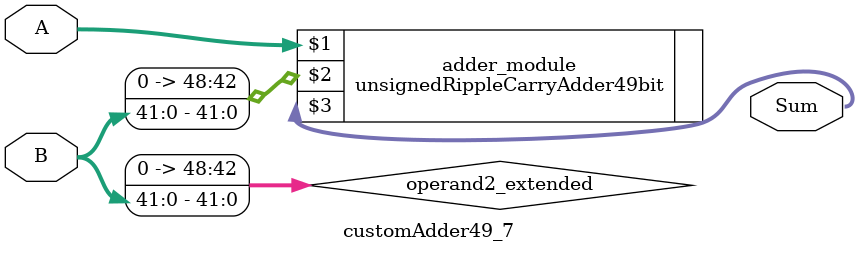
<source format=v>
module customAdder49_7(
                        input [48 : 0] A,
                        input [41 : 0] B,
                        
                        output [49 : 0] Sum
                );

        wire [48 : 0] operand2_extended;
        
        assign operand2_extended =  {7'b0, B};
        
        unsignedRippleCarryAdder49bit adder_module(
            A,
            operand2_extended,
            Sum
        );
        
        endmodule
        
</source>
